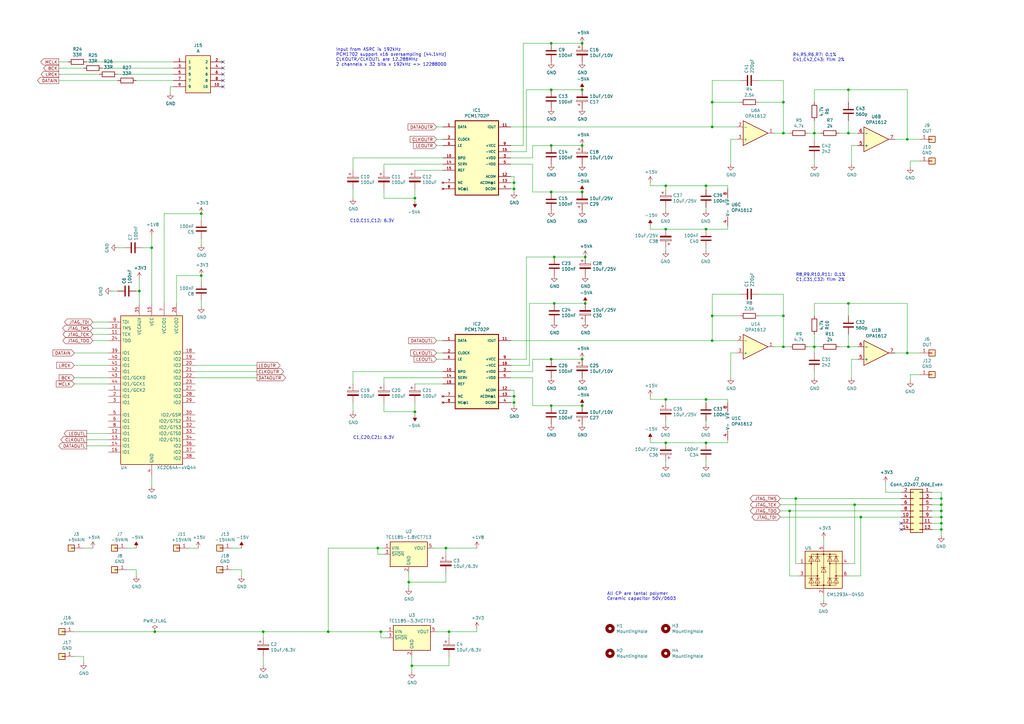
<source format=kicad_sch>
(kicad_sch (version 20211123) (generator eeschema)
  (paper "A3")
  (title_block (title "DAC I2S NOS") (date "2022-06-16") (rev "V5"))
  (junction (at 372.11 57.15))
  (junction (at 289.56 76.2))
  (junction (at 386.08 209.55))
  (junction (at 372.11 144.78))
  (junction (at 226.06 59.69))
  (junction (at 273.05 181.61))
  (junction (at 273.05 76.2))
  (junction (at 154.94 224.79))
  (junction (at 386.08 217.17))
  (junction (at 210.82 74.93))
  (junction (at 107.95 259.08))
  (junction (at 347.98 36.83))
  (junction (at 227.33 124.46))
  (junction (at 226.06 36.83))
  (junction (at 238.76 36.83))
  (junction (at 334.01 54.61))
  (junction (at 321.31 142.24))
  (junction (at 210.82 165.1))
  (junction (at 240.03 124.46))
  (junction (at 210.82 162.56))
  (junction (at 226.06 147.32))
  (junction (at 184.15 259.08))
  (junction (at 347.98 124.46))
  (junction (at 238.76 166.37))
  (junction (at 170.18 168.91))
  (junction (at 292.1 129.54))
  (junction (at 240.03 105.41))
  (junction (at 386.08 212.09))
  (junction (at 321.31 54.61))
  (junction (at 386.08 207.01))
  (junction (at 334.01 142.24))
  (junction (at 238.76 78.74))
  (junction (at 168.91 273.05))
  (junction (at 82.55 87.63))
  (junction (at 238.76 17.78))
  (junction (at 326.39 204.47))
  (junction (at 134.62 259.08))
  (junction (at 238.76 59.69))
  (junction (at 82.55 113.03))
  (junction (at 273.05 93.98))
  (junction (at 226.06 166.37))
  (junction (at 156.21 259.08))
  (junction (at 170.18 81.28))
  (junction (at 386.08 204.47))
  (junction (at 386.08 214.63))
  (junction (at 57.15 119.38))
  (junction (at 62.23 101.6))
  (junction (at 227.33 105.41))
  (junction (at 292.1 139.7))
  (junction (at 350.52 207.01))
  (junction (at 273.05 163.83))
  (junction (at 167.64 238.76))
  (junction (at 238.76 147.32))
  (junction (at 353.06 212.09))
  (junction (at 226.06 78.74))
  (junction (at 321.31 129.54))
  (junction (at 292.1 41.91))
  (junction (at 182.88 224.79))
  (junction (at 289.56 93.98))
  (junction (at 63.5 259.08))
  (junction (at 210.82 77.47))
  (junction (at 292.1 52.07))
  (junction (at 321.31 41.91))
  (junction (at 289.56 181.61))
  (junction (at 289.56 163.83))
  (junction (at 323.85 209.55))
  (junction (at 347.98 142.24))
  (junction (at 226.06 17.78))
  (junction (at 347.98 54.61))
  (no_connect (at 91.44 25.4))
  (no_connect (at 369.57 217.17))
  (no_connect (at 91.44 30.48))
  (no_connect (at 91.44 27.94))
  (no_connect (at 91.44 33.02))
  (no_connect (at 91.44 35.56))
  (no_connect (at 369.57 214.63))
  (wire (pts (xy 30.48 144.78) (xy 44.45 144.78)))
  (wire (pts (xy 55.88 119.38) (xy 57.15 119.38)))
  (wire (pts (xy 334.01 144.78) (xy 334.01 142.24)))
  (wire (pts (xy 99.06 224.79) (xy 95.25 224.79)))
  (wire (pts (xy 157.48 69.85) (xy 157.48 67.31)))
  (wire (pts (xy 218.44 154.94) (xy 218.44 166.37)))
  (wire (pts (xy 382.27 214.63) (xy 386.08 214.63)))
  (wire (pts (xy 386.08 214.63) (xy 386.08 212.09)))
  (wire (pts (xy 363.22 201.93) (xy 363.22 198.12)))
  (wire (pts (xy 184.15 261.62) (xy 184.15 259.08)))
  (wire (pts (xy 69.85 35.56) (xy 69.85 38.1)))
  (wire (pts (xy 38.1 224.79) (xy 34.29 224.79)))
  (wire (pts (xy 210.82 72.39) (xy 209.55 72.39)))
  (wire (pts (xy 34.29 271.78) (xy 34.29 269.24)))
  (wire (pts (xy 63.5 259.08) (xy 107.95 259.08)))
  (wire (pts (xy 214.63 17.78) (xy 214.63 59.69)))
  (wire (pts (xy 30.48 149.86) (xy 44.45 149.86)))
  (wire (pts (xy 170.18 168.91) (xy 170.18 165.1)))
  (wire (pts (xy 209.55 62.23) (xy 215.9 62.23)))
  (wire (pts (xy 210.82 160.02) (xy 209.55 160.02)))
  (wire (pts (xy 209.55 52.07) (xy 292.1 52.07)))
  (wire (pts (xy 218.44 147.32) (xy 226.06 147.32)))
  (wire (pts (xy 336.55 54.61) (xy 334.01 54.61)))
  (wire (pts (xy 326.39 204.47) (xy 320.04 204.47)))
  (wire (pts (xy 210.82 77.47) (xy 210.82 74.93)))
  (wire (pts (xy 179.07 59.69) (xy 181.61 59.69)))
  (wire (pts (xy 157.48 67.31) (xy 181.61 67.31)))
  (wire (pts (xy 273.05 93.98) (xy 266.7 93.98)))
  (wire (pts (xy 334.01 57.15) (xy 334.01 54.61)))
  (wire (pts (xy 62.23 199.39) (xy 62.23 195.58)))
  (wire (pts (xy 62.23 96.52) (xy 62.23 101.6)))
  (wire (pts (xy 210.82 162.56) (xy 209.55 162.56)))
  (wire (pts (xy 41.91 27.94) (xy 71.12 27.94)))
  (wire (pts (xy 214.63 17.78) (xy 226.06 17.78)))
  (wire (pts (xy 326.39 231.14) (xy 326.39 204.47)))
  (wire (pts (xy 167.64 241.3) (xy 167.64 238.76)))
  (wire (pts (xy 30.48 157.48) (xy 44.45 157.48)))
  (wire (pts (xy 170.18 82.55) (xy 170.18 81.28)))
  (wire (pts (xy 209.55 149.86) (xy 217.17 149.86)))
  (wire (pts (xy 386.08 217.17) (xy 386.08 214.63)))
  (wire (pts (xy 218.44 59.69) (xy 226.06 59.69)))
  (wire (pts (xy 210.82 165.1) (xy 210.82 162.56)))
  (wire (pts (xy 298.45 180.34) (xy 298.45 181.61)))
  (wire (pts (xy 386.08 201.93) (xy 382.27 201.93)))
  (wire (pts (xy 292.1 52.07) (xy 292.1 41.91)))
  (wire (pts (xy 273.05 76.2) (xy 266.7 76.2)))
  (wire (pts (xy 273.05 181.61) (xy 266.7 181.61)))
  (wire (pts (xy 386.08 209.55) (xy 386.08 207.01)))
  (wire (pts (xy 30.48 259.08) (xy 63.5 259.08)))
  (wire (pts (xy 44.45 139.7) (xy 38.1 139.7)))
  (wire (pts (xy 273.05 163.83) (xy 273.05 165.1)))
  (wire (pts (xy 336.55 142.24) (xy 334.01 142.24)))
  (wire (pts (xy 226.06 36.83) (xy 238.76 36.83)))
  (wire (pts (xy 298.45 92.71) (xy 298.45 93.98)))
  (wire (pts (xy 373.38 156.21) (xy 373.38 153.67)))
  (wire (pts (xy 321.31 41.91) (xy 321.31 33.02)))
  (wire (pts (xy 27.94 25.4) (xy 24.13 25.4)))
  (wire (pts (xy 299.72 67.31) (xy 299.72 57.15)))
  (wire (pts (xy 382.27 207.01) (xy 386.08 207.01)))
  (wire (pts (xy 157.48 168.91) (xy 170.18 168.91)))
  (wire (pts (xy 289.56 86.36) (xy 289.56 85.09)))
  (wire (pts (xy 170.18 81.28) (xy 170.18 77.47)))
  (wire (pts (xy 62.23 101.6) (xy 62.23 124.46)))
  (wire (pts (xy 289.56 190.5) (xy 289.56 189.23)))
  (wire (pts (xy 214.63 59.69) (xy 209.55 59.69)))
  (wire (pts (xy 181.61 69.85) (xy 170.18 69.85)))
  (wire (pts (xy 347.98 137.16) (xy 347.98 142.24)))
  (wire (pts (xy 34.29 269.24) (xy 30.48 269.24)))
  (wire (pts (xy 372.11 36.83) (xy 372.11 57.15)))
  (wire (pts (xy 179.07 144.78) (xy 181.61 144.78)))
  (wire (pts (xy 302.26 139.7) (xy 292.1 139.7)))
  (wire (pts (xy 320.04 212.09) (xy 353.06 212.09)))
  (wire (pts (xy 321.31 54.61) (xy 317.5 54.61)))
  (wire (pts (xy 35.56 180.34) (xy 44.45 180.34)))
  (wire (pts (xy 210.82 77.47) (xy 209.55 77.47)))
  (wire (pts (xy 334.01 154.94) (xy 334.01 152.4)))
  (wire (pts (xy 181.61 152.4) (xy 144.78 152.4)))
  (wire (pts (xy 195.58 259.08) (xy 195.58 257.81)))
  (wire (pts (xy 218.44 152.4) (xy 218.44 147.32)))
  (wire (pts (xy 179.07 259.08) (xy 184.15 259.08)))
  (wire (pts (xy 82.55 100.33) (xy 82.55 97.79)))
  (wire (pts (xy 24.13 30.48) (xy 40.64 30.48)))
  (wire (pts (xy 81.28 224.79) (xy 77.47 224.79)))
  (wire (pts (xy 157.48 77.47) (xy 157.48 81.28)))
  (wire (pts (xy 209.55 64.77) (xy 218.44 64.77)))
  (wire (pts (xy 80.01 154.94) (xy 105.41 154.94)))
  (wire (pts (xy 321.31 41.91) (xy 321.31 54.61)))
  (wire (pts (xy 156.21 261.62) (xy 156.21 259.08)))
  (wire (pts (xy 210.82 165.1) (xy 209.55 165.1)))
  (wire (pts (xy 353.06 212.09) (xy 369.57 212.09)))
  (wire (pts (xy 382.27 209.55) (xy 386.08 209.55)))
  (wire (pts (xy 58.42 101.6) (xy 62.23 101.6)))
  (wire (pts (xy 303.53 33.02) (xy 292.1 33.02)))
  (wire (pts (xy 168.91 273.05) (xy 168.91 269.24)))
  (wire (pts (xy 57.15 119.38) (xy 57.15 124.46)))
  (wire (pts (xy 273.05 190.5) (xy 273.05 189.23)))
  (wire (pts (xy 167.64 238.76) (xy 182.88 238.76)))
  (wire (pts (xy 347.98 236.22) (xy 353.06 236.22)))
  (wire (pts (xy 226.06 147.32) (xy 238.76 147.32)))
  (wire (pts (xy 303.53 120.65) (xy 292.1 120.65)))
  (wire (pts (xy 298.45 163.83) (xy 289.56 163.83)))
  (wire (pts (xy 347.98 41.91) (xy 347.98 36.83)))
  (wire (pts (xy 321.31 142.24) (xy 317.5 142.24)))
  (wire (pts (xy 334.01 41.91) (xy 334.01 36.83)))
  (wire (pts (xy 44.45 182.88) (xy 35.56 182.88)))
  (wire (pts (xy 347.98 36.83) (xy 372.11 36.83)))
  (wire (pts (xy 289.56 163.83) (xy 289.56 165.1)))
  (wire (pts (xy 334.01 54.61) (xy 331.47 54.61)))
  (wire (pts (xy 298.45 93.98) (xy 289.56 93.98)))
  (wire (pts (xy 24.13 27.94) (xy 34.29 27.94)))
  (wire (pts (xy 350.52 231.14) (xy 350.52 207.01)))
  (wire (pts (xy 105.41 152.4) (xy 80.01 152.4)))
  (wire (pts (xy 215.9 105.41) (xy 227.33 105.41)))
  (wire (pts (xy 82.55 115.57) (xy 82.55 113.03)))
  (wire (pts (xy 35.56 177.8) (xy 44.45 177.8)))
  (wire (pts (xy 266.7 163.83) (xy 266.7 162.56)))
  (wire (pts (xy 154.94 224.79) (xy 157.48 224.79)))
  (wire (pts (xy 227.33 105.41) (xy 240.03 105.41)))
  (wire (pts (xy 44.45 132.08) (xy 38.1 132.08)))
  (wire (pts (xy 167.64 238.76) (xy 167.64 234.95)))
  (wire (pts (xy 299.72 57.15) (xy 302.26 57.15)))
  (wire (pts (xy 168.91 275.59) (xy 168.91 273.05)))
  (wire (pts (xy 134.62 259.08) (xy 156.21 259.08)))
  (wire (pts (xy 347.98 54.61) (xy 344.17 54.61)))
  (wire (pts (xy 158.75 261.62) (xy 156.21 261.62)))
  (wire (pts (xy 311.15 41.91) (xy 321.31 41.91)))
  (wire (pts (xy 218.44 78.74) (xy 226.06 78.74)))
  (wire (pts (xy 144.78 168.91) (xy 144.78 165.1)))
  (wire (pts (xy 134.62 224.79) (xy 154.94 224.79)))
  (wire (pts (xy 323.85 236.22) (xy 323.85 209.55)))
  (wire (pts (xy 157.48 154.94) (xy 181.61 154.94)))
  (wire (pts (xy 209.55 147.32) (xy 215.9 147.32)))
  (wire (pts (xy 157.48 157.48) (xy 157.48 154.94)))
  (wire (pts (xy 323.85 54.61) (xy 321.31 54.61)))
  (wire (pts (xy 44.45 137.16) (xy 38.1 137.16)))
  (wire (pts (xy 144.78 64.77) (xy 144.78 69.85)))
  (wire (pts (xy 372.11 57.15) (xy 367.03 57.15)))
  (wire (pts (xy 226.06 166.37) (xy 238.76 166.37)))
  (wire (pts (xy 107.95 261.62) (xy 107.95 259.08)))
  (wire (pts (xy 80.01 149.86) (xy 105.41 149.86)))
  (wire (pts (xy 349.25 154.94) (xy 349.25 147.32)))
  (wire (pts (xy 292.1 33.02) (xy 292.1 41.91)))
  (wire (pts (xy 55.88 33.02) (xy 71.12 33.02)))
  (wire (pts (xy 321.31 129.54) (xy 321.31 142.24)))
  (wire (pts (xy 179.07 52.07) (xy 181.61 52.07)))
  (wire (pts (xy 292.1 139.7) (xy 292.1 129.54)))
  (wire (pts (xy 292.1 129.54) (xy 303.53 129.54)))
  (wire (pts (xy 298.45 77.47) (xy 298.45 76.2)))
  (wire (pts (xy 320.04 209.55) (xy 323.85 209.55)))
  (wire (pts (xy 218.44 166.37) (xy 226.06 166.37)))
  (wire (pts (xy 157.48 227.33) (xy 154.94 227.33)))
  (wire (pts (xy 327.66 236.22) (xy 323.85 236.22)))
  (wire (pts (xy 210.82 166.37) (xy 210.82 165.1)))
  (wire (pts (xy 386.08 204.47) (xy 386.08 201.93)))
  (wire (pts (xy 334.01 54.61) (xy 334.01 49.53)))
  (wire (pts (xy 99.06 233.68) (xy 95.25 233.68)))
  (wire (pts (xy 266.7 76.2) (xy 266.7 74.93)))
  (wire (pts (xy 323.85 209.55) (xy 369.57 209.55)))
  (wire (pts (xy 156.21 259.08) (xy 158.75 259.08)))
  (wire (pts (xy 347.98 142.24) (xy 344.17 142.24)))
  (wire (pts (xy 179.07 139.7) (xy 181.61 139.7)))
  (wire (pts (xy 48.26 119.38) (xy 45.72 119.38)))
  (wire (pts (xy 107.95 259.08) (xy 134.62 259.08)))
  (wire (pts (xy 82.55 113.03) (xy 72.39 113.03)))
  (wire (pts (xy 226.06 78.74) (xy 238.76 78.74)))
  (wire (pts (xy 321.31 129.54) (xy 321.31 120.65)))
  (wire (pts (xy 184.15 273.05) (xy 184.15 269.24)))
  (wire (pts (xy 67.31 87.63) (xy 67.31 124.46)))
  (wire (pts (xy 179.07 57.15) (xy 181.61 57.15)))
  (wire (pts (xy 289.56 76.2) (xy 289.56 77.47)))
  (wire (pts (xy 289.56 163.83) (xy 273.05 163.83)))
  (wire (pts (xy 347.98 124.46) (xy 372.11 124.46)))
  (wire (pts (xy 334.01 36.83) (xy 347.98 36.83)))
  (wire (pts (xy 289.56 173.99) (xy 289.56 172.72)))
  (wire (pts (xy 334.01 124.46) (xy 347.98 124.46)))
  (wire (pts (xy 71.12 35.56) (xy 69.85 35.56)))
  (wire (pts (xy 218.44 78.74) (xy 218.44 67.31)))
  (wire (pts (xy 386.08 219.71) (xy 386.08 217.17)))
  (wire (pts (xy 226.06 17.78) (xy 238.76 17.78)))
  (wire (pts (xy 289.56 181.61) (xy 273.05 181.61)))
  (wire (pts (xy 218.44 67.31) (xy 209.55 67.31)))
  (wire (pts (xy 334.01 67.31) (xy 334.01 64.77)))
  (wire (pts (xy 144.78 152.4) (xy 144.78 157.48)))
  (wire (pts (xy 55.88 233.68) (xy 52.07 233.68)))
  (wire (pts (xy 170.18 170.18) (xy 170.18 168.91)))
  (wire (pts (xy 134.62 224.79) (xy 134.62 259.08)))
  (wire (pts (xy 55.88 236.22) (xy 55.88 233.68)))
  (wire (pts (xy 327.66 231.14) (xy 326.39 231.14)))
  (wire (pts (xy 299.72 144.78) (xy 302.26 144.78)))
  (wire (pts (xy 349.25 67.31) (xy 349.25 59.69)))
  (wire (pts (xy 321.31 120.65) (xy 311.15 120.65)))
  (wire (pts (xy 182.88 224.79) (xy 195.58 224.79)))
  (wire (pts (xy 334.01 142.24) (xy 334.01 137.16)))
  (wire (pts (xy 321.31 33.02) (xy 311.15 33.02)))
  (wire (pts (xy 289.56 93.98) (xy 273.05 93.98)))
  (wire (pts (xy 55.88 224.79) (xy 52.07 224.79)))
  (wire (pts (xy 298.45 181.61) (xy 289.56 181.61)))
  (wire (pts (xy 273.05 86.36) (xy 273.05 85.09)))
  (wire (pts (xy 154.94 227.33) (xy 154.94 224.79)))
  (wire (pts (xy 349.25 147.32) (xy 351.79 147.32)))
  (wire (pts (xy 227.33 124.46) (xy 240.03 124.46)))
  (wire (pts (xy 298.45 76.2) (xy 289.56 76.2)))
  (wire (pts (xy 35.56 25.4) (xy 71.12 25.4)))
  (wire (pts (xy 217.17 149.86) (xy 217.17 124.46)))
  (wire (pts (xy 350.52 207.01) (xy 369.57 207.01)))
  (wire (pts (xy 382.27 212.09) (xy 386.08 212.09)))
  (wire (pts (xy 372.11 144.78) (xy 367.03 144.78)))
  (wire (pts (xy 372.11 124.46) (xy 372.11 144.78)))
  (wire (pts (xy 144.78 81.28) (xy 144.78 77.47)))
  (wire (pts (xy 82.55 125.73) (xy 82.55 123.19)))
  (wire (pts (xy 179.07 147.32) (xy 181.61 147.32)))
  (wire (pts (xy 184.15 259.08) (xy 195.58 259.08)))
  (wire (pts (xy 334.01 142.24) (xy 331.47 142.24)))
  (wire (pts (xy 209.55 152.4) (xy 218.44 152.4)))
  (wire (pts (xy 210.82 162.56) (xy 210.82 160.02)))
  (wire (pts (xy 182.88 238.76) (xy 182.88 234.95)))
  (wire (pts (xy 82.55 87.63) (xy 67.31 87.63)))
  (wire (pts (xy 351.79 54.61) (xy 347.98 54.61)))
  (wire (pts (xy 273.05 102.87) (xy 273.05 101.6)))
  (wire (pts (xy 157.48 165.1) (xy 157.48 168.91)))
  (wire (pts (xy 320.04 207.01) (xy 350.52 207.01)))
  (wire (pts (xy 48.26 30.48) (xy 71.12 30.48)))
  (wire (pts (xy 347.98 129.54) (xy 347.98 124.46)))
  (wire (pts (xy 302.26 52.07) (xy 292.1 52.07)))
  (wire (pts (xy 210.82 78.74) (xy 210.82 77.47)))
  (wire (pts (xy 107.95 273.05) (xy 107.95 269.24)))
  (wire (pts (xy 215.9 62.23) (xy 215.9 36.83)))
  (wire (pts (xy 289.56 76.2) (xy 273.05 76.2)))
  (wire (pts (xy 373.38 68.58) (xy 373.38 66.04)))
  (wire (pts (xy 168.91 273.05) (xy 184.15 273.05)))
  (wire (pts (xy 337.82 246.38) (xy 337.82 243.84)))
  (wire (pts (xy 369.57 201.93) (xy 363.22 201.93)))
  (wire (pts (xy 382.27 204.47) (xy 386.08 204.47)))
  (wire (pts (xy 218.44 64.77) (xy 218.44 59.69)))
  (wire (pts (xy 273.05 173.99) (xy 273.05 172.72)))
  (wire (pts (xy 369.57 204.47) (xy 326.39 204.47)))
  (wire (pts (xy 377.19 144.78) (xy 372.11 144.78)))
  (wire (pts (xy 292.1 41.91) (xy 303.53 41.91)))
  (wire (pts (xy 289.56 102.87) (xy 289.56 101.6)))
  (wire (pts (xy 311.15 129.54) (xy 321.31 129.54)))
  (wire (pts (xy 273.05 76.2) (xy 273.05 77.47)))
  (wire (pts (xy 347.98 49.53) (xy 347.98 54.61)))
  (wire (pts (xy 181.61 64.77) (xy 144.78 64.77)))
  (wire (pts (xy 266.7 93.98) (xy 266.7 92.71)))
  (wire (pts (xy 373.38 153.67) (xy 377.19 153.67)))
  (wire (pts (xy 157.48 81.28) (xy 170.18 81.28)))
  (wire (pts (xy 382.27 217.17) (xy 386.08 217.17)))
  (wire (pts (xy 217.17 124.46) (xy 227.33 124.46)))
  (wire (pts (xy 226.06 59.69) (xy 238.76 59.69)))
  (wire (pts (xy 292.1 120.65) (xy 292.1 129.54)))
  (wire (pts (xy 353.06 236.22) (xy 353.06 212.09)))
  (wire (pts (xy 377.19 57.15) (xy 372.11 57.15)))
  (wire (pts (xy 99.06 236.22) (xy 99.06 233.68)))
  (wire (pts (xy 209.55 154.94) (xy 218.44 154.94)))
  (wire (pts (xy 347.98 231.14) (xy 350.52 231.14)))
  (wire (pts (xy 386.08 212.09) (xy 386.08 209.55)))
  (wire (pts (xy 351.79 142.24) (xy 347.98 142.24)))
  (wire (pts (xy 57.15 114.3) (xy 57.15 119.38)))
  (wire (pts (xy 386.08 207.01) (xy 386.08 204.47)))
  (wire (pts (xy 44.45 134.62) (xy 38.1 134.62)))
  (wire (pts (xy 273.05 163.83) (xy 266.7 163.83)))
  (wire (pts (xy 182.88 227.33) (xy 182.88 224.79)))
  (wire (pts (xy 50.8 101.6) (xy 48.26 101.6)))
  (wire (pts (xy 334.01 129.54) (xy 334.01 124.46)))
  (wire (pts (xy 215.9 147.32) (xy 215.9 105.41)))
  (wire (pts (xy 299.72 154.94) (xy 299.72 144.78)))
  (wire (pts (xy 177.8 224.79) (xy 182.88 224.79)))
  (wire (pts (xy 337.82 223.52) (xy 337.82 220.98)))
  (wire (pts (xy 373.38 66.04) (xy 377.19 66.04)))
  (wire (pts (xy 266.7 181.61) (xy 266.7 180.34)))
  (wire (pts (xy 82.55 90.17) (xy 82.55 87.63)))
  (wire (pts (xy 210.82 74.93) (xy 209.55 74.93)))
  (wire (pts (xy 210.82 74.93) (xy 210.82 72.39)))
  (wire (pts (xy 72.39 113.03) (xy 72.39 124.46)))
  (wire (pts (xy 298.45 165.1) (xy 298.45 163.83)))
  (wire (pts (xy 323.85 142.24) (xy 321.31 142.24)))
  (wire (pts (xy 349.25 59.69) (xy 351.79 59.69)))
  (wire (pts (xy 24.13 33.02) (xy 48.26 33.02)))
  (wire (pts (xy 30.48 154.94) (xy 44.45 154.94)))
  (wire (pts (xy 215.9 36.83) (xy 226.06 36.83)))
  (wire (pts (xy 181.61 157.48) (xy 170.18 157.48)))
  (wire (pts (xy 209.55 139.7) (xy 292.1 139.7)))
  (text "All CP are tantal polymer\nCeramic capacitor 50V/0603" (at 248.92 246.38 0) (effects (font (size 1.27 1.27)) (justify left bottom)))
  (text "R4,R5,R6,R7: 0.1%\nC41,C42,C43: film 2%" (at 325.12 25.4 0) (effects (font (size 1.27 1.27)) (justify left bottom)))
  (text "C1,C20,C21: 6.3V" (at 144.78 180.34 0) (effects (font (size 1.27 1.27)) (justify left bottom)))
  (text "C10,C11,C12: 6.3V" (at 143.51 91.44 0) (effects (font (size 1.27 1.27)) (justify left bottom)))
  (text "R8,R9,R10,R11: 0.1%\nC1,C31,C32: film 2%" (at 326.39 115.57 0) (effects (font (size 1.27 1.27)) (justify left bottom)))
  (text "Input from ASRC is 192kHz\nPCM1702 support x16 oversampling (44.1kHz)\nCLKOUTR/CLKOUTL are 12.288MHz\n2 channels x 32 bits x 192kHz => 12288000" (at 137.795 27.305 0) (effects (font (size 1.27 1.27)) (justify left bottom)))
  (global_label "LEOUTR" (shape input) (at 179.07 59.69 180) (property "Intersheet References" "${INTERSHEET_REFS}" (effects hide)))
  (global_label "DATAOUTL" (shape output) (at 35.56 182.88 180) (property "Intersheet References" "${INTERSHEET_REFS}" (effects hide)))
  (global_label "CLKOUTR" (shape output) (at 105.41 152.4 0) (property "Intersheet References" "${INTERSHEET_REFS}" (effects hide)))
  (global_label "LEOUTR" (shape output) (at 105.41 149.86 0) (property "Intersheet References" "${INTERSHEET_REFS}" (effects hide)))
  (global_label "CLKOUTL" (shape input) (at 179.07 144.78 180) (property "Intersheet References" "${INTERSHEET_REFS}" (effects hide)))
  (global_label "MCLK" (shape input) (at 30.48 157.48 180) (property "Intersheet References" "${INTERSHEET_REFS}" (effects hide)))
  (global_label "CLKOUTL" (shape output) (at 35.56 180.34 180) (property "Intersheet References" "${INTERSHEET_REFS}" (effects hide)))
  (global_label "JTAG_TDI" (shape bidirectional) (at 320.04 212.09 180) (property "Intersheet References" "${INTERSHEET_REFS}" (effects hide)))
  (global_label "DATAOUTR" (shape input) (at 179.07 52.07 180) (property "Intersheet References" "${INTERSHEET_REFS}" (effects hide)))
  (global_label "LEOUTL" (shape input) (at 179.07 147.32 180) (property "Intersheet References" "${INTERSHEET_REFS}" (effects hide)))
  (global_label "LRCK" (shape output) (at 24.13 30.48 180) (property "Intersheet References" "${INTERSHEET_REFS}" (effects hide)))
  (global_label "JTAG_TMS" (shape bidirectional) (at 320.04 204.47 180) (property "Intersheet References" "${INTERSHEET_REFS}" (effects hide)))
  (global_label "DATAOUTR" (shape output) (at 105.41 154.94 0) (property "Intersheet References" "${INTERSHEET_REFS}" (effects hide)))
  (global_label "CLKOUTR" (shape input) (at 179.07 57.15 180) (property "Intersheet References" "${INTERSHEET_REFS}" (effects hide)))
  (global_label "DATAIN" (shape output) (at 24.13 33.02 180) (property "Intersheet References" "${INTERSHEET_REFS}" (effects hide)))
  (global_label "JTAG_TDI" (shape bidirectional) (at 38.1 132.08 180) (property "Intersheet References" "${INTERSHEET_REFS}" (effects hide)))
  (global_label "LRCK" (shape input) (at 30.48 149.86 180) (property "Intersheet References" "${INTERSHEET_REFS}" (effects hide)))
  (global_label "BCK" (shape output) (at 24.13 27.94 180) (property "Intersheet References" "${INTERSHEET_REFS}" (effects hide)))
  (global_label "DATAIN" (shape input) (at 30.48 144.78 180) (property "Intersheet References" "${INTERSHEET_REFS}" (effects hide)))
  (global_label "JTAG_TDO" (shape bidirectional) (at 38.1 139.7 180) (property "Intersheet References" "${INTERSHEET_REFS}" (effects hide)))
  (global_label "JTAG_TMS" (shape bidirectional) (at 38.1 134.62 180) (property "Intersheet References" "${INTERSHEET_REFS}" (effects hide)))
  (global_label "DATAOUTL" (shape input) (at 179.07 139.7 180) (property "Intersheet References" "${INTERSHEET_REFS}" (effects hide)))
  (global_label "LEOUTL" (shape output) (at 35.56 177.8 180) (property "Intersheet References" "${INTERSHEET_REFS}" (effects hide)))
  (global_label "BCK" (shape input) (at 30.48 154.94 180) (property "Intersheet References" "${INTERSHEET_REFS}" (effects hide)))
  (global_label "JTAG_TCK" (shape bidirectional) (at 320.04 207.01 180) (property "Intersheet References" "${INTERSHEET_REFS}" (effects hide)))
  (global_label "MCLK" (shape output) (at 24.13 25.4 180) (property "Intersheet References" "${INTERSHEET_REFS}" (effects hide)))
  (global_label "JTAG_TDO" (shape bidirectional) (at 320.04 209.55 180) (property "Intersheet References" "${INTERSHEET_REFS}" (effects hide)))
  (global_label "JTAG_TCK" (shape bidirectional) (at 38.1 137.16 180) (property "Intersheet References" "${INTERSHEET_REFS}" (effects hide)))
  (symbol (lib_id "Mechanical:MountingHole") (at 250.19 257.81 0) (unit 1)
    (property "Reference" "H1" (at 252.73 256.6416 0) (effects (justify left)))
    (property "Value" "MountingHole" (at 252.73 258.953 0) (effects (justify left)))
    (property "Footprint" "MountingHole:MountingHole_3.2mm_M3" (effects hide))
  )
  (symbol (lib_id "Mechanical:MountingHole") (at 273.05 257.81 0) (unit 1)
    (property "Reference" "H3" (at 275.59 256.6416 0) (effects (justify left)))
    (property "Value" "MountingHole" (at 275.59 258.953 0) (effects (justify left)))
    (property "Footprint" "MountingHole:MountingHole_3.2mm_M3" (effects hide))
  )
  (symbol (lib_id "Mechanical:MountingHole") (at 250.19 267.97 0) (unit 1)
    (property "Reference" "H2" (at 252.73 266.8016 0) (effects (justify left)))
    (property "Value" "MountingHole" (at 252.73 269.113 0) (effects (justify left)))
    (property "Footprint" "MountingHole:MountingHole_3.2mm_M3" (effects hide))
  )
  (symbol (lib_id "Mechanical:MountingHole") (at 273.05 267.97 0) (unit 1)
    (property "Reference" "H4" (at 275.59 266.8016 0) (effects (justify left)))
    (property "Value" "MountingHole" (at 275.59 269.113 0) (effects (justify left)))
    (property "Footprint" "MountingHole:MountingHole_3.2mm_M3" (effects hide))
  )
  (symbol (lib_id "power:PWR_FLAG") (at 63.5 259.08 0) (unit 1)
    (property "Reference" "#FLG0102" (effects hide))
    (property "Value" "PWR_FLAG" (at 63.5 254.6858 0))
  )
  (symbol (lib_id "kicad-snk:XC2C64A-xVQ44") (at 62.23 160.02 0) (unit 1)
    (property "Reference" "U4" (at 50.8 191.77 0))
    (property "Value" "XC2C64A-xVQ44" (at 72.39 191.77 0))
    (property "Footprint" "Package_QFP:TQFP-44_10x10mm_P0.8mm" (effects hide))
    (property "Datasheet" "https://www.xilinx.com/support/documentation/data_sheets/ds311.pdf" (effects hide))
  )
  (symbol (lib_id "Regulator_Linear:TC1017-xCT") (at 167.64 227.33 0) (unit 1)
    (property "Reference" "U2" (at 167.64 218.0082 0))
    (property "Value" "TC1185-1.8VCT713" (at 167.64 220.3196 0))
    (property "Footprint" "Package_TO_SOT_SMD:SOT-23-5" (effects hide))
    (property "Datasheet" "http://ww1.microchip.com/downloads/en/DeviceDoc/21813F.pdf" (effects hide))
  )
  (symbol (lib_id "Regulator_Linear:TC1017-xCT") (at 168.91 261.62 0) (unit 1)
    (property "Reference" "U3" (at 168.91 252.2982 0))
    (property "Value" "TC1185-3.3VCT713" (at 168.91 254.6096 0))
    (property "Footprint" "Package_TO_SOT_SMD:SOT-23-5" (effects hide))
    (property "Datasheet" "http://ww1.microchip.com/downloads/en/DeviceDoc/21813F.pdf" (effects hide))
  )
  (symbol (lib_id "Device:C") (at 82.55 93.98 180) (unit 1)
    (property "Reference" "C5" (at 79.629 95.1484 0) (effects (justify left)))
    (property "Value" "100nF" (at 79.629 92.837 0) (effects (justify left)))
    (property "Footprint" "Capacitor_SMD:C_0603_1608Metric_Pad1.08x0.95mm_HandSolder" (effects hide))
  )
  (symbol (lib_id "dac-i2s-nos-rescue:CP-Device") (at 107.95 265.43 0) (unit 1)
    (property "Reference" "C2" (at 110.9472 264.2616 0) (effects (justify left)))
    (property "Value" "10uF/6.3V" (at 110.9472 266.573 0) (effects (justify left)))
    (property "Footprint" "Capacitor_SMD:C_0805_2012Metric_Pad1.18x1.45mm_HandSolder" (effects hide))
  )
  (symbol (lib_id "Power_Protection:USBLC6-4SC6") (at 337.82 233.68 0) (unit 1)
    (property "Reference" "U5" (at 331.47 224.79 0))
    (property "Value" "CM1293A−04SO" (at 346.71 243.84 0))
    (property "Footprint" "Package_SO:SC-74-6_1.5x2.9mm_P0.95mm" (effects hide))
    (property "Datasheet" "https://www.st.com/resource/en/datasheet/usblc6-4.pdf" (effects hide))
  )
  (symbol (lib_id "power:GND") (at 337.82 246.38 0) (mirror y) (unit 1)
    (property "Reference" "#PWR0107" (effects hide))
    (property "Value" "GND" (at 337.693 250.7742 0))
  )
  (symbol (lib_id "power:+3.3V") (at 337.82 220.98 0) (unit 1)
    (property "Reference" "#PWR0108" (effects hide))
    (property "Value" "+3.3V" (at 338.201 216.5858 0))
  )
  (symbol (lib_id "Connector_Generic:Conn_02x07_Odd_Even") (at 377.19 209.55 0) (mirror y) (unit 1)
    (property "Reference" "J2" (at 375.92 196.4182 0))
    (property "Value" "Conn_02x07_Odd_Even" (at 375.92 198.7296 0))
    (property "Footprint" "Connector_PinHeader_2.00mm:PinHeader_2x07_P2.00mm_Vertical" (effects hide))
  )
  (symbol (lib_id "power:GND") (at 386.08 219.71 0) (mirror y) (unit 1)
    (property "Reference" "#PWR0109" (effects hide))
    (property "Value" "GND" (at 385.953 224.1042 0))
  )
  (symbol (lib_id "power:+3.3V") (at 363.22 198.12 0) (unit 1)
    (property "Reference" "#PWR0110" (effects hide))
    (property "Value" "+3.3V" (at 363.601 193.7258 0))
  )
  (symbol (lib_id "kicad-snk:PCM1702P") (at 194.31 64.77 0) (unit 1)
    (property "Reference" "IC1" (at 195.58 45.212 0))
    (property "Value" "PCM1702P" (at 195.58 47.5234 0))
    (property "Footprint" "Package_DIP:DIP-16_W7.62mm" (effects hide))
    (property "OC_FARNELL" "1509912" (effects hide))
    (property "MPN" "PCM1702P-J" (effects hide))
    (property "MF" "TEXAS INSTRUMENT CONNECTORS" (effects hide))
    (property "OC_NEWARK" "75C5298" (effects hide))
  )
  (symbol (lib_id "dac-i2s-nos-rescue:CP-Device") (at 170.18 73.66 0) (unit 1)
    (property "Reference" "C12" (at 173.1772 72.4916 0) (effects (justify left)))
    (property "Value" "100uF" (at 173.1772 74.803 0) (effects (justify left)))
    (property "Footprint" "Capacitor_SMD:C_1206_3216Metric_Pad1.33x1.80mm_HandSolder" (effects hide))
  )
  (symbol (lib_id "dac-i2s-nos-rescue:CP-Device") (at 157.48 73.66 0) (unit 1)
    (property "Reference" "C11" (at 160.4772 72.4916 0) (effects (justify left)))
    (property "Value" "100uF" (at 160.4772 74.803 0) (effects (justify left)))
    (property "Footprint" "Capacitor_SMD:C_1206_3216Metric_Pad1.33x1.80mm_HandSolder" (effects hide))
  )
  (symbol (lib_id "dac-i2s-nos-rescue:CP-Device") (at 144.78 73.66 0) (unit 1)
    (property "Reference" "C10" (at 147.7772 72.4916 0) (effects (justify left)))
    (property "Value" "100uF" (at 147.7772 74.803 0) (effects (justify left)))
    (property "Footprint" "Capacitor_SMD:C_1206_3216Metric_Pad1.33x1.80mm_HandSolder" (effects hide))
  )
  (symbol (lib_id "power:GND") (at 210.82 78.74 0) (unit 1)
    (property "Reference" "#PWR0125" (effects hide))
    (property "Value" "GND" (at 210.947 83.1342 0))
  )
  (symbol (lib_id "dac-i2s-nos-rescue:CP-Device") (at 184.15 265.43 0) (unit 1)
    (property "Reference" "C4" (at 187.1472 264.2616 0) (effects (justify left)))
    (property "Value" "10uF{slash}6.3V" (at 187.1472 266.573 0) (effects (justify left)))
    (property "Footprint" "Capacitor_SMD:C_0805_2012Metric_Pad1.18x1.45mm_HandSolder" (effects hide))
  )
  (symbol (lib_id "power:GND") (at 168.91 275.59 0) (unit 1)
    (property "Reference" "#PWR0102" (effects hide))
    (property "Value" "GND" (at 169.037 279.9842 0))
  )
  (symbol (lib_id "dac-i2s-nos-rescue:CP-Device") (at 182.88 231.14 0) (unit 1)
    (property "Reference" "C3" (at 185.8772 229.9716 0) (effects (justify left)))
    (property "Value" "10uF{slash}6.3V" (at 185.8772 232.283 0) (effects (justify left)))
    (property "Footprint" "Capacitor_SMD:C_0805_2012Metric_Pad1.18x1.45mm_HandSolder" (effects hide))
  )
  (symbol (lib_id "power:GND") (at 167.64 241.3 0) (unit 1)
    (property "Reference" "#PWR0103" (effects hide))
    (property "Value" "GND" (at 167.767 245.6942 0))
  )
  (symbol (lib_id "power:-5VA") (at 170.18 82.55 180) (unit 1)
    (property "Reference" "#PWR0132" (effects hide))
    (property "Value" "-5VA" (at 169.799 86.9442 0))
  )
  (symbol (lib_id "dac-i2s-nos-rescue:CP-Device") (at 273.05 168.91 0) (unit 1)
    (property "Reference" "C35" (at 276.0472 167.7416 0) (effects (justify left)))
    (property "Value" "10uF/25V" (at 276.0472 170.053 0) (effects (justify left)))
    (property "Footprint" "Capacitor_Tantalum_SMD:CP_EIA-3528-21_Kemet-B_Pad1.50x2.35mm_HandSolder" (effects hide))
    (property "Datasheet" "https://www.digikey.ch/product-detail/de/TCJB106M025R0100/478-8057-1-ND/3900673" (effects hide))
  )
  (symbol (lib_id "dac-i2s-nos-rescue:CP-Device") (at 273.05 185.42 180) (unit 1)
    (property "Reference" "C36" (at 270.0528 186.5884 0) (effects (justify left)))
    (property "Value" "10uF/25V" (at 270.0528 184.277 0) (effects (justify left)))
    (property "Footprint" "Capacitor_Tantalum_SMD:CP_EIA-3528-21_Kemet-B_Pad1.50x2.35mm_HandSolder" (effects hide))
  )
  (symbol (lib_id "Device:C") (at 289.56 168.91 0) (unit 1)
    (property "Reference" "C33" (at 292.481 167.7416 0) (effects (justify left)))
    (property "Value" "100nF" (at 292.481 170.053 0) (effects (justify left)))
    (property "Footprint" "Capacitor_SMD:C_0603_1608Metric_Pad1.08x0.95mm_HandSolder" (effects hide))
  )
  (symbol (lib_id "Device:C") (at 289.56 185.42 180) (unit 1)
    (property "Reference" "C34" (at 286.639 186.5884 0) (effects (justify left)))
    (property "Value" "100nF" (at 286.639 184.277 0) (effects (justify left)))
    (property "Footprint" "Capacitor_SMD:C_0603_1608Metric_Pad1.08x0.95mm_HandSolder" (effects hide))
  )
  (symbol (lib_id "Amplifier_Operational:OPA1678") (at 309.88 142.24 0) (mirror x) (unit 1)
    (property "Reference" "U1" (at 309.88 132.9182 0))
    (property "Value" "OPA1612" (at 309.88 135.2296 0))
    (property "Footprint" "Package_SO:SOIC-8_3.9x4.9mm_P1.27mm" (effects hide))
    (property "Datasheet" "https://www.digikey.ch/product-detail/de/texas-instruments/OPA1612AIDR/296-39098-1-ND/5143116" (effects hide))
  )
  (symbol (lib_id "Amplifier_Operational:OPA1678") (at 300.99 172.72 0) (unit 3)
    (property "Reference" "U1" (at 299.9232 171.5516 0) (effects (justify left)))
    (property "Value" "OPA1612" (at 299.9232 173.863 0) (effects (justify left)))
    (property "Datasheet" "http://www.ti.com/lit/ds/symlink/opa1678.pdf" (effects hide))
  )
  (symbol (lib_id "power:+1V8") (at 195.58 224.79 0) (unit 1)
    (property "Reference" "#PWR0104" (effects hide))
    (property "Value" "+1V8" (at 195.961 220.3958 0))
  )
  (symbol (lib_id "power:+3.3V") (at 195.58 257.81 0) (unit 1)
    (property "Reference" "#PWR0105" (effects hide))
    (property "Value" "+3.3V" (at 195.961 253.4158 0))
  )
  (symbol (lib_id "power:GND") (at 144.78 81.28 0) (unit 1)
    (property "Reference" "#PWR0133" (effects hide))
    (property "Value" "GND" (at 144.907 85.6742 0))
  )
  (symbol (lib_id "Device:R") (at 307.34 129.54 270) (unit 1)
    (property "Reference" "R8" (at 307.34 124.2822 90))
    (property "Value" "2.5k" (at 307.34 126.5936 90))
    (property "Footprint" "Resistor_SMD:R_0805_2012Metric_Pad1.20x1.40mm_HandSolder" (effects hide))
  )
  (symbol (lib_id "power:GND") (at 107.95 273.05 0) (unit 1)
    (property "Reference" "#PWR0101" (effects hide))
    (property "Value" "GND" (at 108.077 277.4442 0))
  )
  (symbol (lib_id "Connector_Generic:Conn_01x01") (at 29.21 224.79 180) (unit 1)
    (property "Reference" "J3" (at 31.2928 219.075 0))
    (property "Value" "+5VAIN" (at 31.2928 221.3864 0))
    (property "Footprint" "Connector_Pin:Pin_D1.0mm_L10.0mm" (effects hide))
  )
  (symbol (lib_id "Device:C") (at 307.34 120.65 90) (unit 1)
    (property "Reference" "C1" (at 306.1716 117.729 0) (effects (justify left)))
    (property "Value" "220pF" (at 308.483 117.729 0) (effects (justify left)))
    (property "Footprint" "Capacitor_SMD:C_0805_2012Metric_Pad1.18x1.45mm_HandSolder" (effects hide))
  )
  (symbol (lib_id "Device:R") (at 327.66 142.24 270) (unit 1)
    (property "Reference" "R9" (at 327.66 136.9822 90))
    (property "Value" "4.7k" (at 327.66 139.2936 90))
    (property "Footprint" "Resistor_SMD:R_0805_2012Metric_Pad1.20x1.40mm_HandSolder" (effects hide))
  )
  (symbol (lib_id "Device:C") (at 334.01 148.59 0) (unit 1)
    (property "Reference" "C31" (at 336.931 147.4216 0) (effects (justify left)))
    (property "Value" "2n2" (at 336.931 149.733 0) (effects (justify left)))
    (property "Footprint" "Capacitor_SMD:C_0805_2012Metric_Pad1.18x1.45mm_HandSolder" (effects hide))
  )
  (symbol (lib_id "Amplifier_Operational:OPA1678") (at 359.41 144.78 0) (mirror x) (unit 2)
    (property "Reference" "U1" (at 359.41 135.4582 0))
    (property "Value" "OPA1612" (at 359.41 137.7696 0))
    (property "Footprint" "Package_SO:SOIC-8_3.9x4.9mm_P1.27mm" (effects hide))
    (property "Datasheet" "https://www.digikey.ch/product-detail/de/texas-instruments/OPA1612AIDR/296-39098-1-ND/5143116" (effects hide))
  )
  (symbol (lib_id "Connector_Generic:Conn_01x01") (at 46.99 224.79 180) (unit 1)
    (property "Reference" "J7" (at 49.0728 219.075 0))
    (property "Value" "-5VAIN" (at 49.0728 221.3864 0))
    (property "Footprint" "Connector_Pin:Pin_D1.0mm_L10.0mm" (effects hide))
  )
  (symbol (lib_id "Connector_Generic:Conn_01x01") (at 46.99 233.68 180) (unit 1)
    (property "Reference" "J8" (at 49.0728 227.965 0))
    (property "Value" "GND" (at 49.0728 230.2764 0))
    (property "Footprint" "Connector_Pin:Pin_D1.0mm_L10.0mm" (effects hide))
  )
  (symbol (lib_id "power:GND") (at 55.88 236.22 0) (unit 1)
    (property "Reference" "#PWR0135" (effects hide))
    (property "Value" "GND" (at 56.007 240.6142 0))
  )
  (symbol (lib_id "power:-5VA") (at 55.88 224.79 0) (unit 1)
    (property "Reference" "#PWR0136" (effects hide))
    (property "Value" "-5VA" (at 56.261 220.3958 0))
  )
  (symbol (lib_id "Device:R") (at 340.36 142.24 270) (unit 1)
    (property "Reference" "R11" (at 340.36 136.9822 90))
    (property "Value" "2k" (at 340.36 139.2936 90))
    (property "Footprint" "Resistor_SMD:R_0805_2012Metric_Pad1.20x1.40mm_HandSolder" (effects hide))
  )
  (symbol (lib_id "Device:R") (at 334.01 133.35 180) (unit 1)
    (property "Reference" "R10" (at 339.2678 133.35 90))
    (property "Value" "4.7k" (at 336.9564 133.35 90))
    (property "Footprint" "Resistor_SMD:R_0805_2012Metric_Pad1.20x1.40mm_HandSolder" (effects hide))
  )
  (symbol (lib_id "Device:C") (at 347.98 133.35 0) (unit 1)
    (property "Reference" "C32" (at 350.901 132.1816 0) (effects (justify left)))
    (property "Value" "560p" (at 350.901 134.493 0) (effects (justify left)))
    (property "Footprint" "Capacitor_SMD:C_0805_2012Metric_Pad1.18x1.45mm_HandSolder" (effects hide))
  )
  (symbol (lib_id "Device:C") (at 226.06 151.13 0) (unit 1)
    (property "Reference" "C26" (at 228.981 149.9616 0) (effects (justify left)))
    (property "Value" "100nF" (at 228.981 152.273 0) (effects (justify left)))
    (property "Footprint" "Capacitor_SMD:C_0603_1608Metric_Pad1.08x0.95mm_HandSolder" (effects hide))
  )
  (symbol (lib_id "power:+5VA") (at 38.1 224.79 0) (unit 1)
    (property "Reference" "#PWR0137" (effects hide))
    (property "Value" "+5VA" (at 38.481 220.3958 0))
  )
  (symbol (lib_id "Connector_Generic:Conn_01x01") (at 72.39 224.79 180) (unit 1)
    (property "Reference" "J11" (at 74.4728 219.075 0))
    (property "Value" "+15VAIN" (at 74.4728 221.3864 0))
    (property "Footprint" "Connector_Pin:Pin_D1.0mm_L10.0mm" (effects hide))
  )
  (symbol (lib_id "Connector_Generic:Conn_01x01") (at 90.17 224.79 180) (unit 1)
    (property "Reference" "J13" (at 92.2528 219.075 0))
    (property "Value" "-15VAIN" (at 92.2528 221.3864 0))
    (property "Footprint" "Connector_Pin:Pin_D1.0mm_L10.0mm" (effects hide))
  )
  (symbol (lib_id "Connector_Generic:Conn_01x01") (at 90.17 233.68 180) (unit 1)
    (property "Reference" "J18" (at 92.2528 227.965 0))
    (property "Value" "GND" (at 92.2528 230.2764 0))
    (property "Footprint" "Connector_Pin:Pin_D1.0mm_L10.0mm" (effects hide))
  )
  (symbol (lib_id "power:GND") (at 99.06 236.22 0) (unit 1)
    (property "Reference" "#PWR0139" (effects hide))
    (property "Value" "GND" (at 99.187 240.6142 0))
  )
  (symbol (lib_id "power:+15V") (at 81.28 224.79 0) (unit 1)
    (property "Reference" "#PWR0140" (effects hide))
    (property "Value" "+15V" (at 81.661 220.3958 0))
  )
  (symbol (lib_id "power:-15V") (at 99.06 224.79 0) (unit 1)
    (property "Reference" "#PWR0141" (effects hide))
    (property "Value" "-15V" (at 99.441 220.3958 0))
  )
  (symbol (lib_id "power:GND") (at 334.01 154.94 0) (unit 1)
    (property "Reference" "#PWR0119" (effects hide))
    (property "Value" "GND" (at 334.137 159.3342 0))
  )
  (symbol (lib_id "power:GND") (at 349.25 154.94 0) (unit 1)
    (property "Reference" "#PWR0159" (effects hide))
    (property "Value" "GND" (at 349.377 159.3342 0))
  )
  (symbol (lib_id "power:GND") (at 299.72 154.94 0) (unit 1)
    (property "Reference" "#PWR0161" (effects hide))
    (property "Value" "GND" (at 299.847 159.3342 0))
  )
  (symbol (lib_id "power:+3.3V") (at 82.55 87.63 0) (unit 1)
    (property "Reference" "#PWR0111" (effects hide))
    (property "Value" "+3.3V" (at 82.931 83.2358 0))
  )
  (symbol (lib_id "Connector_Generic:Conn_01x01") (at 382.27 57.15 0) (mirror x) (unit 1)
    (property "Reference" "J9" (at 380.1872 51.435 0))
    (property "Value" "OUT" (at 380.1872 53.7464 0))
    (property "Footprint" "Connector_Pin:Pin_D1.0mm_L10.0mm" (effects hide))
  )
  (symbol (lib_id "Connector_Generic:Conn_01x01") (at 382.27 66.04 0) (mirror x) (unit 1)
    (property "Reference" "J10" (at 380.1872 60.325 0))
    (property "Value" "GND" (at 380.1872 62.6364 0))
    (property "Footprint" "Connector_Pin:Pin_D1.0mm_L10.0mm" (effects hide))
  )
  (symbol (lib_id "power:GND") (at 373.38 68.58 0) (mirror y) (unit 1)
    (property "Reference" "#PWR0143" (effects hide))
    (property "Value" "GND" (at 373.253 72.9742 0))
  )
  (symbol (lib_id "Device:C") (at 82.55 119.38 180) (unit 1)
    (property "Reference" "C8" (at 79.629 120.5484 0) (effects (justify left)))
    (property "Value" "100nF" (at 79.629 118.237 0) (effects (justify left)))
    (property "Footprint" "Capacitor_SMD:C_0603_1608Metric_Pad1.08x0.95mm_HandSolder" (effects hide))
  )
  (symbol (lib_id "power:GND") (at 82.55 100.33 0) (unit 1)
    (property "Reference" "#PWR0115" (effects hide))
    (property "Value" "GND" (at 82.677 104.7242 0))
  )
  (symbol (lib_id "power:GND") (at 82.55 125.73 0) (unit 1)
    (property "Reference" "#PWR0116" (effects hide))
    (property "Value" "GND" (at 82.677 130.1242 0))
  )
  (symbol (lib_id "Device:C") (at 54.61 101.6 90) (unit 1)
    (property "Reference" "C7" (at 53.4416 98.679 0) (effects (justify left)))
    (property "Value" "100nF" (at 55.753 98.679 0) (effects (justify left)))
    (property "Footprint" "Capacitor_SMD:C_0603_1608Metric_Pad1.08x0.95mm_HandSolder" (effects hide))
  )
  (symbol (lib_id "power:+1V8") (at 62.23 96.52 0) (unit 1)
    (property "Reference" "#PWR0117" (effects hide))
    (property "Value" "+1V8" (at 62.611 92.1258 0))
  )
  (symbol (lib_id "power:GND") (at 48.26 101.6 270) (unit 1)
    (property "Reference" "#PWR0118" (effects hide))
    (property "Value" "GND" (at 43.8658 101.727 0))
  )
  (symbol (lib_id "Device:C") (at 52.07 119.38 90) (unit 1)
    (property "Reference" "C6" (at 50.9016 116.459 0) (effects (justify left)))
    (property "Value" "100nF" (at 53.213 116.459 0) (effects (justify left)))
    (property "Footprint" "Capacitor_SMD:C_0603_1608Metric_Pad1.08x0.95mm_HandSolder" (effects hide))
  )
  (symbol (lib_id "power:GND") (at 45.72 119.38 270) (unit 1)
    (property "Reference" "#PWR0120" (effects hide))
    (property "Value" "GND" (at 41.3258 119.507 0))
  )
  (symbol (lib_id "power:+3.3V") (at 57.15 114.3 0) (unit 1)
    (property "Reference" "#PWR0121" (effects hide))
    (property "Value" "+3.3V" (at 57.531 109.9058 0))
  )
  (symbol (lib_id "power:GND") (at 62.23 199.39 0) (unit 1)
    (property "Reference" "#PWR0124" (effects hide))
    (property "Value" "GND" (at 62.357 203.7842 0))
  )
  (symbol (lib_id "kicad-snk:PCM1702P") (at 194.31 152.4 0) (unit 1)
    (property "Reference" "IC2" (at 195.58 132.842 0))
    (property "Value" "PCM1702P" (at 195.58 135.1534 0))
    (property "Footprint" "Package_DIP:DIP-16_W7.62mm" (effects hide))
    (property "OC_FARNELL" "1509912" (effects hide))
    (property "MPN" "PCM1702P-J" (effects hide))
    (property "MF" "TEXAS INSTRUMENT CONNECTORS" (effects hide))
    (property "OC_NEWARK" "75C5298" (effects hide))
  )
  (symbol (lib_id "dac-i2s-nos-rescue:CP-Device") (at 170.18 161.29 0) (unit 1)
    (property "Reference" "C21" (at 173.1772 160.1216 0) (effects (justify left)))
    (property "Value" "100uF" (at 173.1772 162.433 0) (effects (justify left)))
    (property "Footprint" "Capacitor_SMD:C_1206_3216Metric_Pad1.33x1.80mm_HandSolder" (effects hide))
  )
  (symbol (lib_id "dac-i2s-nos-rescue:CP-Device") (at 157.48 161.29 0) (unit 1)
    (property "Reference" "C20" (at 160.4772 160.1216 0) (effects (justify left)))
    (property "Value" "100uF" (at 160.4772 162.433 0) (effects (justify left)))
    (property "Footprint" "Capacitor_SMD:C_1206_3216Metric_Pad1.33x1.80mm_HandSolder" (effects hide))
  )
  (symbol (lib_id "dac-i2s-nos-rescue:CP-Device") (at 144.78 161.29 0) (unit 1)
    (property "Reference" "C19" (at 147.7772 160.1216 0) (effects (justify left)))
    (property "Value" "100uF" (at 147.7772 162.433 0) (effects (justify left)))
    (property "Footprint" "Capacitor_SMD:C_1206_3216Metric_Pad1.33x1.80mm_HandSolder" (effects hide))
  )
  (symbol (lib_id "power:GND") (at 210.82 166.37 0) (unit 1)
    (property "Reference" "#PWR0134" (effects hide))
    (property "Value" "GND" (at 210.947 170.7642 0))
  )
  (symbol (lib_id "power:-5VA") (at 170.18 170.18 180) (unit 1)
    (property "Reference" "#PWR0157" (effects hide))
    (property "Value" "-5VA" (at 169.799 174.5742 0))
  )
  (symbol (lib_id "power:GND") (at 144.78 168.91 0) (unit 1)
    (property "Reference" "#PWR0158" (effects hide))
    (property "Value" "GND" (at 144.907 173.3042 0))
  )
  (symbol (lib_id "Connector_Generic:Conn_01x01") (at 382.27 153.67 0) (mirror x) (unit 1)
    (property "Reference" "J12" (at 380.1872 147.955 0))
    (property "Value" "GND" (at 380.1872 150.2664 0))
    (property "Footprint" "Connector_Pin:Pin_D1.0mm_L10.0mm" (effects hide))
  )
  (symbol (lib_id "power:GND") (at 373.38 156.21 0) (mirror y) (unit 1)
    (property "Reference" "#PWR0160" (effects hide))
    (property "Value" "GND" (at 373.253 160.6042 0))
  )
  (symbol (lib_id "Connector_Generic:Conn_01x01") (at 382.27 144.78 0) (mirror x) (unit 1)
    (property "Reference" "J6" (at 380.1872 139.065 0))
    (property "Value" "OUT" (at 380.1872 141.3764 0))
    (property "Footprint" "Connector_Pin:Pin_D1.0mm_L10.0mm" (effects hide))
  )
  (symbol (lib_id "power:GND") (at 289.56 190.5 0) (mirror y) (unit 1)
    (property "Reference" "#PWR0162" (effects hide))
    (property "Value" "GND" (at 289.433 194.8942 0))
  )
  (symbol (lib_id "power:GND") (at 289.56 173.99 0) (mirror y) (unit 1)
    (property "Reference" "#PWR0163" (effects hide))
    (property "Value" "GND" (at 289.433 178.3842 0))
  )
  (symbol (lib_id "power:GND") (at 273.05 190.5 0) (mirror y) (unit 1)
    (property "Reference" "#PWR0164" (effects hide))
    (property "Value" "GND" (at 272.923 194.8942 0))
  )
  (symbol (lib_id "power:GND") (at 273.05 173.99 0) (mirror y) (unit 1)
    (property "Reference" "#PWR0166" (effects hide))
    (property "Value" "GND" (at 272.923 178.3842 0))
  )
  (symbol (lib_id "power:+15V") (at 266.7 162.56 0) (unit 1)
    (property "Reference" "#PWR0167" (effects hide))
    (property "Value" "+15V" (at 267.081 158.1658 0))
  )
  (symbol (lib_id "power:-15V") (at 266.7 180.34 0) (unit 1)
    (property "Reference" "#PWR0168" (effects hide))
    (property "Value" "-15V" (at 267.081 175.9458 0))
  )
  (symbol (lib_id "power:+3.3V") (at 82.55 113.03 0) (unit 1)
    (property "Reference" "#PWR?" (effects hide))
    (property "Value" "+3.3V" (at 82.931 108.6358 0))
  )
  (symbol (lib_id "dac-i2s-nos-rescue:CP-Device") (at 238.76 151.13 0) (unit 1)
    (property "Reference" "C25" (at 241.7572 149.9616 0) (effects (justify left)))
    (property "Value" "10uF/10V" (at 241.7572 152.273 0) (effects (justify left)))
    (property "Footprint" "Capacitor_Tantalum_SMD:CP_EIA-3216-18_Kemet-A_Pad1.58x1.35mm_HandSolder" (effects hide))
    (property "Datasheet" "https://www.digikey.ch/product-detail/de/TCJB106M025R0100/478-8057-1-ND/3900673" (effects hide))
  )
  (symbol (lib_id "power:GND") (at 226.06 154.94 0) (unit 1)
    (property "Reference" "#PWR0138" (effects hide))
    (property "Value" "GND" (at 226.187 159.3342 0))
  )
  (symbol (lib_id "power:GND") (at 238.76 154.94 0) (unit 1)
    (property "Reference" "#PWR0148" (effects hide))
    (property "Value" "GND" (at 238.887 159.3342 0))
  )
  (symbol (lib_id "Device:C") (at 227.33 109.22 0) (unit 1)
    (property "Reference" "C23" (at 230.251 108.0516 0) (effects (justify left)))
    (property "Value" "100nF" (at 230.251 110.363 0) (effects (justify left)))
    (property "Footprint" "Capacitor_SMD:C_0603_1608Metric_Pad1.08x0.95mm_HandSolder" (effects hide))
  )
  (symbol (lib_id "dac-i2s-nos-rescue:CP-Device") (at 240.03 109.22 0) (unit 1)
    (property "Reference" "C28" (at 243.0272 108.0516 0) (effects (justify left)))
    (property "Value" "10uF/25V" (at 243.0272 110.363 0) (effects (justify left)))
    (property "Footprint" "Capacitor_Tantalum_SMD:CP_EIA-3216-18_Kemet-A_Pad1.58x1.35mm_HandSolder" (effects hide))
    (property "Datasheet" "https://www.digikey.ch/product-detail/de/TCJB106M025R0100/478-8057-1-ND/3900673" (effects hide))
  )
  (symbol (lib_id "power:GND") (at 227.33 113.03 0) (unit 1)
    (property "Reference" "#PWR0149" (effects hide))
    (property "Value" "GND" (at 227.457 117.4242 0))
  )
  (symbol (lib_id "power:GND") (at 240.03 113.03 0) (unit 1)
    (property "Reference" "#PWR0153" (effects hide))
    (property "Value" "GND" (at 240.157 117.4242 0))
  )
  (symbol (lib_id "power:+5VA") (at 240.03 105.41 0) (unit 1)
    (property "Reference" "#PWR0155" (effects hide))
    (property "Value" "+5VA" (at 240.411 101.0158 0))
  )
  (symbol (lib_id "Device:C") (at 227.33 128.27 0) (unit 1)
    (property "Reference" "C24" (at 230.251 127.1016 0) (effects (justify left)))
    (property "Value" "100nF" (at 230.251 129.413 0) (effects (justify left)))
    (property "Footprint" "Capacitor_SMD:C_0603_1608Metric_Pad1.08x0.95mm_HandSolder" (effects hide))
  )
  (symbol (lib_id "dac-i2s-nos-rescue:CP-Device") (at 240.03 128.27 0) (mirror x) (unit 1)
    (property "Reference" "C30" (at 243.0272 129.4384 0) (effects (justify left)))
    (property "Value" "10uF/25V" (at 243.0272 127.127 0) (effects (justify left)))
    (property "Footprint" "Capacitor_Tantalum_SMD:CP_EIA-3216-18_Kemet-A_Pad1.58x1.35mm_HandSolder" (effects hide))
    (property "Datasheet" "https://www.digikey.ch/product-detail/de/TCJB106M025R0100/478-8057-1-ND/3900673" (effects hide))
  )
  (symbol (lib_id "power:GND") (at 227.33 132.08 0) (unit 1)
    (property "Reference" "#PWR0156" (effects hide))
    (property "Value" "GND" (at 227.457 136.4742 0))
  )
  (symbol (lib_id "power:GND") (at 240.03 132.08 0) (unit 1)
    (property "Reference" "#PWR0169" (effects hide))
    (property "Value" "GND" (at 240.157 136.4742 0))
  )
  (symbol (lib_id "Device:C") (at 226.06 170.18 0) (unit 1)
    (property "Reference" "C22" (at 228.981 169.0116 0) (effects (justify left)))
    (property "Value" "100nF" (at 228.981 171.323 0) (effects (justify left)))
    (property "Footprint" "Capacitor_SMD:C_0603_1608Metric_Pad1.08x0.95mm_HandSolder" (effects hide))
  )
  (symbol (lib_id "dac-i2s-nos-rescue:CP-Device") (at 238.76 170.18 0) (mirror x) (unit 1)
    (property "Reference" "C27" (at 241.7572 171.3484 0) (effects (justify left)))
    (property "Value" "10uF{slash}10V" (at 241.7572 169.037 0) (effects (justify left)))
    (property "Footprint" "Capacitor_Tantalum_SMD:CP_EIA-3216-18_Kemet-A_Pad1.58x1.35mm_HandSolder" (effects hide))
    (property "Datasheet" "https://www.digikey.ch/product-detail/de/TCJB106M025R0100/478-8057-1-ND/3900673" (effects hide))
  )
  (symbol (lib_id "power:GND") (at 226.06 173.99 0) (unit 1)
    (property "Reference" "#PWR0170" (effects hide))
    (property "Value" "GND" (at 226.187 178.3842 0))
  )
  (symbol (lib_id "power:GND") (at 238.76 173.99 0) (unit 1)
    (property "Reference" "#PWR0171" (effects hide))
    (property "Value" "GND" (at 238.887 178.3842 0))
  )
  (symbol (lib_id "power:-5VA") (at 240.03 124.46 0) (unit 1)
    (property "Reference" "#PWR0172" (effects hide))
    (property "Value" "-5VA" (at 240.411 120.0658 0))
  )
  (symbol (lib_id "power:-5VA") (at 238.76 166.37 0) (unit 1)
    (property "Reference" "#PWR0173" (effects hide))
    (property "Value" "-5VA" (at 239.141 161.9758 0))
  )
  (symbol (lib_id "power:+5VA") (at 238.76 147.32 0) (unit 1)
    (property "Reference" "#PWR0174" (effects hide))
    (property "Value" "+5VA" (at 239.141 142.9258 0))
  )
  (symbol (lib_id "Device:C") (at 226.06 21.59 0) (unit 1)
    (property "Reference" "C9" (at 228.981 20.4216 0) (effects (justify left)))
    (property "Value" "100nF" (at 228.981 22.733 0) (effects (justify left)))
    (property "Footprint" "Capacitor_SMD:C_0603_1608Metric_Pad1.08x0.95mm_HandSolder" (effects hide))
  )
  (symbol (lib_id "dac-i2s-nos-rescue:CP-Device") (at 238.76 21.59 0) (unit 1)
    (property "Reference" "C16" (at 241.7572 20.4216 0) (effects (justify left)))
    (property "Value" "10uF{slash}10V" (at 241.7572 22.733 0) (effects (justify left)))
    (property "Footprint" "Capacitor_Tantalum_SMD:CP_EIA-3216-18_Kemet-A_Pad1.58x1.35mm_HandSolder" (effects hide))
    (property "Datasheet" "https://www.digikey.ch/product-detail/de/TCJB106M025R0100/478-8057-1-ND/3900673" (effects hide))
  )
  (symbol (lib_id "power:GND") (at 226.06 25.4 0) (unit 1)
    (property "Reference" "#PWR0126" (effects hide))
    (property "Value" "GND" (at 226.187 29.7942 0))
  )
  (symbol (lib_id "power:GND") (at 238.76 25.4 0) (unit 1)
    (property "Reference" "#PWR0127" (effects hide))
    (property "Value" "GND" (at 238.887 29.7942 0))
  )
  (symbol (lib_id "power:+5VA") (at 238.76 17.78 0) (unit 1)
    (property "Reference" "#PWR0128" (effects hide))
    (property "Value" "+5VA" (at 239.141 13.3858 0))
  )
  (symbol (lib_id "Device:C") (at 226.06 40.64 0) (unit 1)
    (property "Reference" "C13" (at 228.981 39.4716 0) (effects (justify left)))
    (property "Value" "100nF" (at 228.981 41.783 0) (effects (justify left)))
    (property "Footprint" "Capacitor_SMD:C_0603_1608Metric_Pad1.08x0.95mm_HandSolder" (effects hide))
  )
  (symbol (lib_id "dac-i2s-nos-rescue:CP-Device") (at 238.76 40.64 0) (mirror x) (unit 1)
    (property "Reference" "C17" (at 241.7572 41.8084 0) (effects (justify left)))
    (property "Value" "10uF/10V" (at 241.7572 39.497 0) (effects (justify left)))
    (property "Footprint" "Capacitor_Tantalum_SMD:CP_EIA-3216-18_Kemet-A_Pad1.58x1.35mm_HandSolder" (effects hide))
    (property "Datasheet" "https://www.digikey.ch/product-detail/de/TCJB106M025R0100/478-8057-1-ND/3900673" (effects hide))
  )
  (symbol (lib_id "power:GND") (at 226.06 44.45 0) (unit 1)
    (property "Reference" "#PWR0129" (effects hide))
    (property "Value" "GND" (at 226.187 48.8442 0))
  )
  (symbol (lib_id "power:GND") (at 238.76 44.45 0) (unit 1)
    (property "Reference" "#PWR0130" (effects hide))
    (property "Value" "GND" (at 238.887 48.8442 0))
  )
  (symbol (lib_id "power:-5VA") (at 238.76 36.83 0) (unit 1)
    (property "Reference" "#PWR0131" (effects hide))
    (property "Value" "-5VA" (at 239.141 32.4358 0))
  )
  (symbol (lib_id "Device:C") (at 226.06 63.5 0) (unit 1)
    (property "Reference" "C14" (at 228.981 62.3316 0) (effects (justify left)))
    (property "Value" "100nF" (at 228.981 64.643 0) (effects (justify left)))
    (property "Footprint" "Capacitor_SMD:C_0603_1608Metric_Pad1.08x0.95mm_HandSolder" (effects hide))
  )
  (symbol (lib_id "dac-i2s-nos-rescue:CP-Device") (at 238.76 63.5 0) (unit 1)
    (property "Reference" "C18" (at 241.7572 62.3316 0) (effects (justify left)))
    (property "Value" "10uF/10V" (at 241.7572 64.643 0) (effects (justify left)))
    (property "Footprint" "Capacitor_Tantalum_SMD:CP_EIA-3216-18_Kemet-A_Pad1.58x1.35mm_HandSolder" (effects hide))
    (property "Datasheet" "https://www.digikey.ch/product-detail/de/TCJB106M025R0100/478-8057-1-ND/3900673" (effects hide))
  )
  (symbol (lib_id "power:GND") (at 226.06 67.31 0) (unit 1)
    (property "Reference" "#PWR0142" (effects hide))
    (property "Value" "GND" (at 226.187 71.7042 0))
  )
  (symbol (lib_id "power:GND") (at 238.76 67.31 0) (unit 1)
    (property "Reference" "#PWR0144" (effects hide))
    (property "Value" "GND" (at 238.887 71.7042 0))
  )
  (symbol (lib_id "Device:C") (at 226.06 82.55 0) (unit 1)
    (property "Reference" "C15" (at 228.981 81.3816 0) (effects (justify left)))
    (property "Value" "100nF" (at 228.981 83.693 0) (effects (justify left)))
    (property "Footprint" "Capacitor_SMD:C_0603_1608Metric_Pad1.08x0.95mm_HandSolder" (effects hide))
  )
  (symbol (lib_id "dac-i2s-nos-rescue:CP-Device") (at 238.76 82.55 0) (mirror x) (unit 1)
    (property "Reference" "C29" (at 241.7572 83.7184 0) (effects (justify left)))
    (property "Value" "10uF/25V" (at 241.7572 81.407 0) (effects (justify left)))
    (property "Footprint" "Capacitor_Tantalum_SMD:CP_EIA-3216-18_Kemet-A_Pad1.58x1.35mm_HandSolder" (effects hide))
    (property "Datasheet" "https://www.digikey.ch/product-detail/de/TCJB106M025R0100/478-8057-1-ND/3900673" (effects hide))
  )
  (symbol (lib_id "power:GND") (at 226.06 86.36 0) (unit 1)
    (property "Reference" "#PWR0145" (effects hide))
    (property "Value" "GND" (at 226.187 90.7542 0))
  )
  (symbol (lib_id "power:GND") (at 238.76 86.36 0) (unit 1)
    (property "Reference" "#PWR0146" (effects hide))
    (property "Value" "GND" (at 238.887 90.7542 0))
  )
  (symbol (lib_id "power:-5VA") (at 238.76 78.74 0) (unit 1)
    (property "Reference" "#PWR0147" (effects hide))
    (property "Value" "-5VA" (at 239.141 74.3458 0))
  )
  (symbol (lib_id "power:+5VA") (at 238.76 59.69 0) (unit 1)
    (property "Reference" "#PWR0165" (effects hide))
    (property "Value" "+5VA" (at 239.141 55.2958 0))
  )
  (symbol (lib_id "Amplifier_Operational:OPA1678") (at 309.88 54.61 0) (mirror x) (unit 1)
    (property "Reference" "U6" (at 309.88 45.2882 0))
    (property "Value" "OPA1612" (at 309.88 47.5996 0))
    (property "Footprint" "Package_SO:SOIC-8_3.9x4.9mm_P1.27mm" (effects hide))
    (property "Datasheet" "https://www.digikey.ch/product-detail/de/texas-instruments/OPA1612AIDR/296-39098-1-ND/5143116" (effects hide))
  )
  (symbol (lib_id "Amplifier_Operational:OPA1678") (at 300.99 85.09 0) (unit 3)
    (property "Reference" "U6" (at 299.9232 83.9216 0) (effects (justify left)))
    (property "Value" "OPA1612" (at 299.9232 86.233 0) (effects (justify left)))
    (property "Datasheet" "http://www.ti.com/lit/ds/symlink/opa1678.pdf" (effects hide))
  )
  (symbol (lib_id "Device:R") (at 307.34 41.91 270) (unit 1)
    (property "Reference" "R4" (at 307.34 36.6522 90))
    (property "Value" "2.5k" (at 307.34 38.9636 90))
    (property "Footprint" "Resistor_SMD:R_0805_2012Metric_Pad1.20x1.40mm_HandSolder" (effects hide))
  )
  (symbol (lib_id "Device:C") (at 307.34 33.02 90) (unit 1)
    (property "Reference" "C41" (at 306.1716 30.099 0) (effects (justify left)))
    (property "Value" "220pF" (at 308.483 30.099 0) (effects (justify left)))
    (property "Footprint" "Capacitor_SMD:C_0805_2012Metric_Pad1.18x1.45mm_HandSolder" (effects hide))
  )
  (symbol (lib_id "Device:R") (at 327.66 54.61 270) (unit 1)
    (property "Reference" "R5" (at 327.66 49.3522 90))
    (property "Value" "4.7k" (at 327.66 51.6636 90))
    (property "Footprint" "Resistor_SMD:R_0805_2012Metric_Pad1.20x1.40mm_HandSolder" (effects hide))
  )
  (symbol (lib_id "Device:C") (at 334.01 60.96 0) (unit 1)
    (property "Reference" "C42" (at 336.931 59.7916 0) (effects (justify left)))
    (property "Value" "2n2" (at 336.931 62.103 0) (effects (justify left)))
    (property "Footprint" "Capacitor_SMD:C_0805_2012Metric_Pad1.18x1.45mm_HandSolder" (effects hide))
  )
  (symbol (lib_id "Amplifier_Operational:OPA1678") (at 359.41 57.15 0) (mirror x) (unit 2)
    (property "Reference" "U6" (at 359.41 47.8282 0))
    (property "Value" "OPA1612" (at 359.41 50.1396 0))
    (property "Footprint" "Package_SO:SOIC-8_3.9x4.9mm_P1.27mm" (effects hide))
    (property "Datasheet" "https://www.digikey.ch/product-detail/de/texas-instruments/OPA1612AIDR/296-39098-1-ND/5143116" (effects hide))
  )
  (symbol (lib_id "Device:R") (at 340.36 54.61 270) (unit 1)
    (property "Reference" "R7" (at 340.36 49.3522 90))
    (property "Value" "2k" (at 340.36 51.6636 90))
    (property "Footprint" "Resistor_SMD:R_0805_2012Metric_Pad1.20x1.40mm_HandSolder" (effects hide))
  )
  (symbol (lib_id "Device:R") (at 334.01 45.72 180) (unit 1)
    (property "Reference" "R6" (at 339.2678 45.72 90))
    (property "Value" "4.7k" (at 336.9564 45.72 90))
    (property "Footprint" "Resistor_SMD:R_0805_2012Metric_Pad1.20x1.40mm_HandSolder" (effects hide))
  )
  (symbol (lib_id "Device:C") (at 347.98 45.72 0) (unit 1)
    (property "Reference" "C43" (at 350.901 44.5516 0) (effects (justify left)))
    (property "Value" "560p" (at 350.901 46.863 0) (effects (justify left)))
    (property "Footprint" "Capacitor_SMD:C_0805_2012Metric_Pad1.18x1.45mm_HandSolder" (effects hide))
  )
  (symbol (lib_id "dac-i2s-nos-rescue:CP-Device") (at 273.05 81.28 0) (unit 1)
    (property "Reference" "C37" (at 276.0472 80.1116 0) (effects (justify left)))
    (property "Value" "10uF/25V" (at 276.0472 82.423 0) (effects (justify left)))
    (property "Footprint" "Capacitor_Tantalum_SMD:CP_EIA-3528-21_Kemet-B_Pad1.50x2.35mm_HandSolder" (effects hide))
    (property "Datasheet" "https://www.digikey.ch/product-detail/de/TCJB106M025R0100/478-8057-1-ND/3900673" (effects hide))
  )
  (symbol (lib_id "dac-i2s-nos-rescue:CP-Device") (at 273.05 97.79 180) (unit 1)
    (property "Reference" "C38" (at 270.0528 98.9584 0) (effects (justify left)))
    (property "Value" "10uF/25V" (at 270.0528 96.647 0) (effects (justify left)))
    (property "Footprint" "Capacitor_Tantalum_SMD:CP_EIA-3528-21_Kemet-B_Pad1.50x2.35mm_HandSolder" (effects hide))
  )
  (symbol (lib_id "Device:C") (at 289.56 81.28 0) (unit 1)
    (property "Reference" "C39" (at 292.481 80.1116 0) (effects (justify left)))
    (property "Value" "100nF" (at 292.481 82.423 0) (effects (justify left)))
    (property "Footprint" "Capacitor_SMD:C_0603_1608Metric_Pad1.08x0.95mm_HandSolder" (effects hide))
  )
  (symbol (lib_id "Device:C") (at 289.56 97.79 180) (unit 1)
    (property "Reference" "C40" (at 286.639 98.9584 0) (effects (justify left)))
    (property "Value" "100nF" (at 286.639 96.647 0) (effects (justify left)))
    (property "Footprint" "Capacitor_SMD:C_0603_1608Metric_Pad1.08x0.95mm_HandSolder" (effects hide))
  )
  (symbol (lib_id "power:GND") (at 334.01 67.31 0) (unit 1)
    (property "Reference" "#PWR0175" (effects hide))
    (property "Value" "GND" (at 334.137 71.7042 0))
  )
  (symbol (lib_id "power:GND") (at 349.25 67.31 0) (unit 1)
    (property "Reference" "#PWR0176" (effects hide))
    (property "Value" "GND" (at 349.377 71.7042 0))
  )
  (symbol (lib_id "power:GND") (at 299.72 67.31 0) (unit 1)
    (property "Reference" "#PWR0177" (effects hide))
    (property "Value" "GND" (at 299.847 71.7042 0))
  )
  (symbol (lib_id "power:GND") (at 289.56 102.87 0) (mirror y) (unit 1)
    (property "Reference" "#PWR0178" (effects hide))
    (property "Value" "GND" (at 289.433 107.2642 0))
  )
  (symbol (lib_id "power:GND") (at 289.56 86.36 0) (mirror y) (unit 1)
    (property "Reference" "#PWR0179" (effects hide))
    (property "Value" "GND" (at 289.433 90.7542 0))
  )
  (symbol (lib_id "power:GND") (at 273.05 102.87 0) (mirror y) (unit 1)
    (property "Reference" "#PWR0180" (effects hide))
    (property "Value" "GND" (at 272.923 107.2642 0))
  )
  (symbol (lib_id "power:GND") (at 273.05 86.36 0) (mirror y) (unit 1)
    (property "Reference" "#PWR0181" (effects hide))
    (property "Value" "GND" (at 272.923 90.7542 0))
  )
  (symbol (lib_id "power:+15V") (at 266.7 74.93 0) (unit 1)
    (property "Reference" "#PWR0182" (effects hide))
    (property "Value" "+15V" (at 267.081 70.5358 0))
  )
  (symbol (lib_id "power:-15V") (at 266.7 92.71 0) (unit 1)
    (property "Reference" "#PWR0183" (effects hide))
    (property "Value" "-15V" (at 267.081 88.3158 0))
  )
  (symbol (lib_id "kicad-snk:TE_CONN_RCPT_10POS_0.1_TIN_PCB") (at 81.28 30.48 0) (unit 1)
    (property "Reference" "J15" (at 81.28 18.6182 0))
    (property "Value" "A" (at 81.28 20.9296 0))
    (property "Footprint" "kicad-snk:TE_CONN_RCPT_10POS_0.1_TIN_PCB" (effects hide))
    (property "EU_RoHS_Compliance" "Compliant" (effects hide))
    (property "Comment" "1-338068-0" (effects hide))
  )
  (symbol (lib_id "power:GND") (at 69.85 38.1 0) (unit 1)
    (property "Reference" "#PWR0150" (effects hide))
    (property "Value" "GND" (at 69.977 42.4942 0))
  )
  (symbol (lib_id "Device:R") (at 31.75 25.4 270) (unit 1)
    (property "Reference" "R24" (at 31.75 20.1422 90))
    (property "Value" "33R" (at 31.75 22.4536 90))
    (property "Footprint" "Resistor_SMD:R_0603_1608Metric_Pad0.98x0.95mm_HandSolder" (effects hide))
  )
  (symbol (lib_id "Device:R") (at 38.1 27.94 270) (unit 1)
    (property "Reference" "R25" (at 38.1 22.6822 90))
    (property "Value" "33R" (at 38.1 24.9936 90))
    (property "Footprint" "Resistor_SMD:R_0603_1608Metric_Pad0.98x0.95mm_HandSolder" (effects hide))
  )
  (symbol (lib_id "Device:R") (at 44.45 30.48 270) (unit 1)
    (property "Reference" "R26" (at 44.45 25.2222 90))
    (property "Value" "33R" (at 44.45 27.5336 90))
    (property "Footprint" "Resistor_SMD:R_0603_1608Metric_Pad0.98x0.95mm_HandSolder" (effects hide))
  )
  (symbol (lib_id "Device:R") (at 52.07 33.02 270) (unit 1)
    (property "Reference" "R27" (at 52.07 27.7622 90))
    (property "Value" "33R" (at 52.07 30.0736 90))
    (property "Footprint" "Resistor_SMD:R_0603_1608Metric_Pad0.98x0.95mm_HandSolder" (effects hide))
  )
  (symbol (lib_id "Connector_Generic:Conn_01x01") (at 25.4 259.08 180) (unit 1)
    (property "Reference" "J16" (at 27.4828 253.365 0))
    (property "Value" "+5VIN" (at 27.4828 255.6764 0))
    (property "Footprint" "Connector_Pin:Pin_D1.0mm_L10.0mm" (effects hide))
  )
  (symbol (lib_id "Connector_Generic:Conn_01x01") (at 25.4 269.24 180) (unit 1)
    (property "Reference" "J17" (at 27.4828 263.525 0))
    (property "Value" "GND" (at 27.4828 265.8364 0))
    (property "Footprint" "Connector_Pin:Pin_D1.0mm_L10.0mm" (effects hide))
  )
  (symbol (lib_id "power:GND") (at 34.29 271.78 0) (unit 1)
    (property "Reference" "#PWR0154" (effects hide))
    (property "Value" "GND" (at 34.417 276.1742 0))
  )
)
</source>
